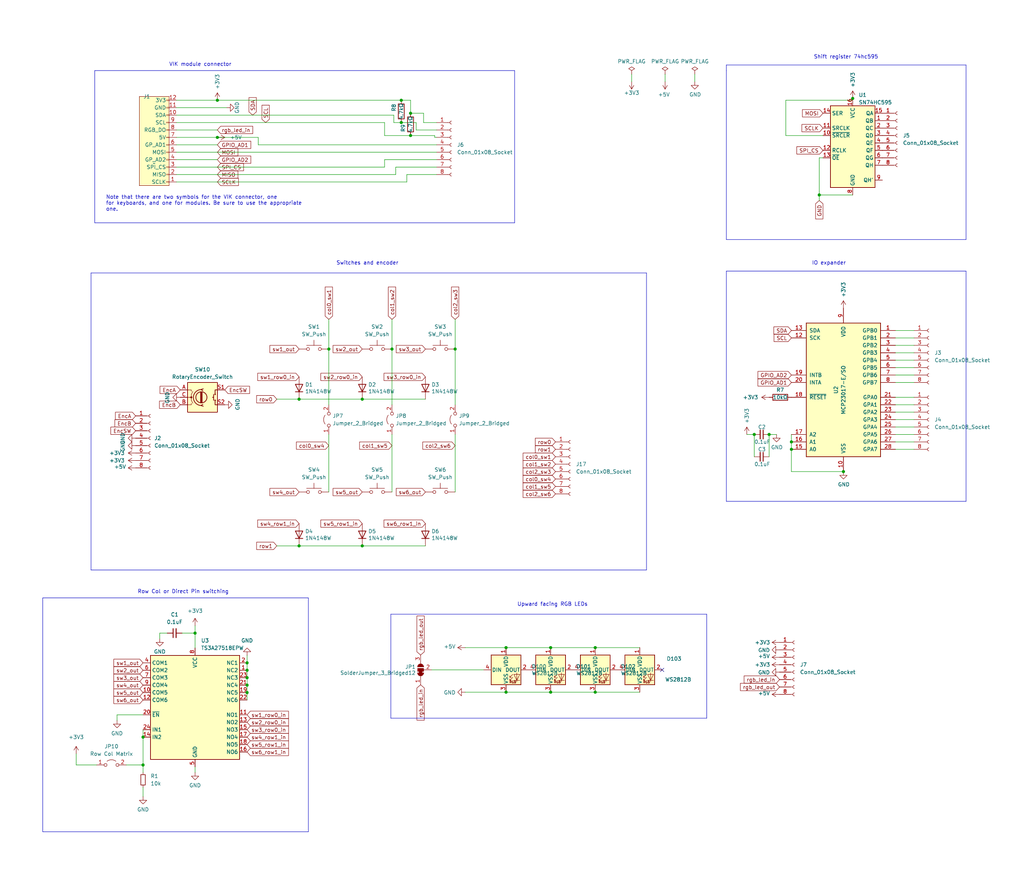
<source format=kicad_sch>
(kicad_sch (version 20230121) (generator eeschema)
  (paper "User" 350.012 299.999)
  (lib_symbols
    (symbol "74xx:74HC595"
      (property "Reference" "U" (at -7.62 13.97 0))
      (property "Value" "74HC595" (at -7.62 -16.51 0))
      (symbol "74HC595_1_0"
        (pin tri_state line (at 10.16 7.62 180) (length 2.54) (name "QB") (number "1"))
        (pin input line (at -10.16 2.54 0) (length 2.54) (name "~{SRCLR}") (number "10"))
        (pin input line (at -10.16 5.08 0) (length 2.54) (name "SRCLK") (number "11"))
        (pin input line (at -10.16 -2.54 0) (length 2.54) (name "RCLK") (number "12"))
        (pin input line (at -10.16 -5.08 0) (length 2.54) (name "~{OE}") (number "13"))
        (pin input line (at -10.16 10.16 0) (length 2.54) (name "SER") (number "14"))
        (pin tri_state line (at 10.16 10.16 180) (length 2.54) (name "QA") (number "15"))
        (pin power_in line (at 0 15.24 270) (length 2.54) (name "VCC") (number "16"))
        (pin tri_state line (at 10.16 5.08 180) (length 2.54) (name "QC") (number "2"))
        (pin tri_state line (at 10.16 2.54 180) (length 2.54) (name "QD") (number "3"))
        (pin tri_state line (at 10.16 0 180) (length 2.54) (name "QE") (number "4"))
        (pin tri_state line (at 10.16 -2.54 180) (length 2.54) (name "QF") (number "5"))
        (pin tri_state line (at 10.16 -5.08 180) (length 2.54) (name "QG") (number "6"))
        (pin tri_state line (at 10.16 -7.62 180) (length 2.54) (name "QH") (number "7"))
        (pin power_in line (at 0 -17.78 90) (length 2.54) (name "GND") (number "8"))
        (pin output line (at 10.16 -12.7 180) (length 2.54) (name "QH'") (number "9"))
      )
    )
    (symbol "Analog_Switch:TS3A27518EPW"
      (property "Reference" "U" (at -13.97 19.05 0))
      (property "Value" "TS3A27518EPW" (at 8.89 19.05 0))
      (symbol "TS3A27518EPW_1_1"
        (pin bidirectional line (at 17.78 12.7 180) (length 2.54) (name "NC2") (number "1"))
        (pin bidirectional line (at -17.78 5.08 0) (length 2.54) (name "COM5") (number "10"))
        (pin bidirectional line (at 17.78 -2.54 180) (length 2.54) (name "NO1") (number "11"))
        (pin bidirectional line (at -17.78 2.54 0) (length 2.54) (name "COM6") (number "12"))
        (pin bidirectional line (at 17.78 -5.08 180) (length 2.54) (name "NO2") (number "13"))
        (pin input line (at -17.78 -10.16 0) (length 2.54) (name "IN2") (number "14"))
        (pin bidirectional line (at 17.78 -7.62 180) (length 2.54) (name "NO3") (number "15"))
        (pin bidirectional line (at 17.78 -15.24 180) (length 2.54) (name "NO6") (number "16"))
        (pin bidirectional line (at 17.78 -10.16 180) (length 2.54) (name "NO4") (number "17"))
        (pin bidirectional line (at 17.78 -12.7 180) (length 2.54) (name "NO5") (number "18"))
        (pin bidirectional line (at 17.78 5.08 180) (length 2.54) (name "NC5") (number "19"))
        (pin bidirectional line (at 17.78 15.24 180) (length 2.54) (name "NC1") (number "2"))
        (pin input line (at -17.78 -2.54 0) (length 2.54) (name "~{EN}") (number "20"))
        (pin bidirectional line (at 17.78 7.62 180) (length 2.54) (name "NC4") (number "21"))
        (pin bidirectional line (at 17.78 2.54 180) (length 2.54) (name "NC6") (number "22"))
        (pin bidirectional line (at 17.78 10.16 180) (length 2.54) (name "NC3") (number "23"))
        (pin input line (at -17.78 -7.62 0) (length 2.54) (name "IN1") (number "24"))
        (pin no_connect line (at -15.24 -15.24 0) (length 2.54) hide (name "N.C.") (number "3"))
        (pin bidirectional line (at -17.78 15.24 0) (length 2.54) (name "COM1") (number "4"))
        (pin power_in line (at 0 -20.32 90) (length 2.54) (name "GND") (number "5"))
        (pin bidirectional line (at -17.78 12.7 0) (length 2.54) (name "COM2") (number "6"))
        (pin bidirectional line (at -17.78 10.16 0) (length 2.54) (name "COM3") (number "7"))
        (pin power_in line (at 0 20.32 270) (length 2.54) (name "VCC") (number "8"))
        (pin bidirectional line (at -17.78 7.62 0) (length 2.54) (name "COM4") (number "9"))
      )
    )
    (symbol "Connector:Conn_01x08_Socket" (pin_names (offset 1.016) hide)
      (property "Reference" "J" (at 0 10.16 0))
      (property "Value" "Conn_01x08_Socket" (at 0 -12.7 0))
      (symbol "Conn_01x08_Socket_1_1"
        (pin passive line (at -5.08 7.62 0) (length 3.81) (name "Pin_1") (number "1"))
        (pin passive line (at -5.08 5.08 0) (length 3.81) (name "Pin_2") (number "2"))
        (pin passive line (at -5.08 2.54 0) (length 3.81) (name "Pin_3") (number "3"))
        (pin passive line (at -5.08 0 0) (length 3.81) (name "Pin_4") (number "4"))
        (pin passive line (at -5.08 -2.54 0) (length 3.81) (name "Pin_5") (number "5"))
        (pin passive line (at -5.08 -5.08 0) (length 3.81) (name "Pin_6") (number "6"))
        (pin passive line (at -5.08 -7.62 0) (length 3.81) (name "Pin_7") (number "7"))
        (pin passive line (at -5.08 -10.16 0) (length 3.81) (name "Pin_8") (number "8"))
      )
    )
    (symbol "Device:C_Small" (pin_numbers hide) (pin_names (offset 0.254) hide)
      (property "Reference" "C" (at 0.254 1.778 0))
      (property "Value" "C_Small" (at 0.254 -2.032 0))
      (symbol "C_Small_1_1"
        (pin passive line (at 0 2.54 270) (length 2.032) (name "~") (number "1"))
        (pin passive line (at 0 -2.54 90) (length 2.032) (name "~") (number "2"))
      )
    )
    (symbol "Device:R" (pin_numbers hide) (pin_names (offset 0))
      (property "Reference" "R" (at 2.032 0 90))
      (property "Value" "R" (at 0 0 90))
      (symbol "R_1_1"
        (pin passive line (at 0 3.81 270) (length 1.27) (name "~") (number "1"))
        (pin passive line (at 0 -3.81 90) (length 1.27) (name "~") (number "2"))
      )
    )
    (symbol "Device:R_Small" (pin_numbers hide) (pin_names (offset 0.254) hide)
      (property "Reference" "R" (at 0.762 0.508 0))
      (property "Value" "R_Small" (at 0.762 -1.016 0))
      (symbol "R_Small_1_1"
        (pin passive line (at 0 2.54 270) (length 0.762) (name "~") (number "1"))
        (pin passive line (at 0 -2.54 90) (length 0.762) (name "~") (number "2"))
      )
    )
    (symbol "Device:RotaryEncoder_Switch" (pin_names (offset 0.254) hide)
      (property "Reference" "SW" (at 0 6.604 0))
      (property "Value" "RotaryEncoder_Switch" (at 0 -6.604 0))
      (symbol "RotaryEncoder_Switch_1_1"
        (pin passive line (at -7.62 2.54 0) (length 2.54) (name "A") (number "A"))
        (pin passive line (at -7.62 -2.54 0) (length 2.54) (name "B") (number "B"))
        (pin passive line (at -7.62 0 0) (length 2.54) (name "C") (number "C"))
        (pin passive line (at 7.62 2.54 180) (length 2.54) (name "S1") (number "S1"))
        (pin passive line (at 7.62 -2.54 180) (length 2.54) (name "S2") (number "S2"))
      )
    )
    (symbol "Diode:1N4148W" (pin_numbers hide) (pin_names (offset 1.016) hide)
      (property "Reference" "D" (at 0 2.54 0))
      (property "Value" "1N4148W" (at 0 -2.54 0))
      (symbol "1N4148W_1_1"
        (pin passive line (at -3.81 0 0) (length 2.54) (name "K") (number "1"))
        (pin passive line (at 3.81 0 180) (length 2.54) (name "A") (number "2"))
      )
    )
    (symbol "Interface_Expansion:MCP23017_SO" (pin_names (offset 1.016))
      (property "Reference" "U" (at -11.43 24.13 0))
      (property "Value" "MCP23017_SO" (at 0 0 0))
      (symbol "MCP23017_SO_1_1"
        (pin bidirectional line (at 17.78 20.32 180) (length 5.08) (name "GPB0") (number "1"))
        (pin power_in line (at 0 -27.94 90) (length 5.08) (name "VSS") (number "10"))
        (pin no_connect line (at -12.7 15.24 0) (length 5.08) hide (name "NC") (number "11"))
        (pin input line (at -17.78 17.78 0) (length 5.08) (name "SCK") (number "12"))
        (pin bidirectional line (at -17.78 20.32 0) (length 5.08) (name "SDA") (number "13"))
        (pin no_connect line (at -12.7 12.7 0) (length 5.08) hide (name "NC") (number "14"))
        (pin input line (at -17.78 -20.32 0) (length 5.08) (name "A0") (number "15"))
        (pin input line (at -17.78 -17.78 0) (length 5.08) (name "A1") (number "16"))
        (pin input line (at -17.78 -15.24 0) (length 5.08) (name "A2") (number "17"))
        (pin input line (at -17.78 -2.54 0) (length 5.08) (name "~{RESET}") (number "18"))
        (pin tri_state line (at -17.78 5.08 0) (length 5.08) (name "INTB") (number "19"))
        (pin bidirectional line (at 17.78 17.78 180) (length 5.08) (name "GPB1") (number "2"))
        (pin tri_state line (at -17.78 2.54 0) (length 5.08) (name "INTA") (number "20"))
        (pin bidirectional line (at 17.78 -2.54 180) (length 5.08) (name "GPA0") (number "21"))
        (pin bidirectional line (at 17.78 -5.08 180) (length 5.08) (name "GPA1") (number "22"))
        (pin bidirectional line (at 17.78 -7.62 180) (length 5.08) (name "GPA2") (number "23"))
        (pin bidirectional line (at 17.78 -10.16 180) (length 5.08) (name "GPA3") (number "24"))
        (pin bidirectional line (at 17.78 -12.7 180) (length 5.08) (name "GPA4") (number "25"))
        (pin bidirectional line (at 17.78 -15.24 180) (length 5.08) (name "GPA5") (number "26"))
        (pin bidirectional line (at 17.78 -17.78 180) (length 5.08) (name "GPA6") (number "27"))
        (pin bidirectional line (at 17.78 -20.32 180) (length 5.08) (name "GPA7") (number "28"))
        (pin bidirectional line (at 17.78 15.24 180) (length 5.08) (name "GPB2") (number "3"))
        (pin bidirectional line (at 17.78 12.7 180) (length 5.08) (name "GPB3") (number "4"))
        (pin bidirectional line (at 17.78 10.16 180) (length 5.08) (name "GPB4") (number "5"))
        (pin bidirectional line (at 17.78 7.62 180) (length 5.08) (name "GPB5") (number "6"))
        (pin bidirectional line (at 17.78 5.08 180) (length 5.08) (name "GPB6") (number "7"))
        (pin bidirectional line (at 17.78 2.54 180) (length 5.08) (name "GPB7") (number "8"))
        (pin power_in line (at 0 27.94 270) (length 5.08) (name "VDD") (number "9"))
      )
    )
    (symbol "Jumper:Jumper_2_Open" (pin_names (offset 0) hide)
      (property "Reference" "JP" (at 0 2.794 0))
      (property "Value" "Jumper_2_Open" (at 0 -2.286 0))
      (symbol "Jumper_2_Open_1_1"
        (pin passive line (at -5.08 0 0) (length 2.54) (name "A") (number "1"))
        (pin passive line (at 5.08 0 180) (length 2.54) (name "B") (number "2"))
      )
    )
    (symbol "Jumper:SolderJumper_3_Bridged12" (pin_names (offset 0) hide)
      (property "Reference" "JP" (at -2.54 -2.54 0))
      (property "Value" "SolderJumper_3_Bridged12" (at 0 2.794 0))
      (symbol "SolderJumper_3_Bridged12_1_1"
        (pin passive line (at -5.08 0 0) (length 2.54) (name "A") (number "1"))
        (pin passive line (at 0 -3.81 90) (length 2.54) (name "C") (number "2"))
        (pin passive line (at 5.08 0 180) (length 2.54) (name "B") (number "3"))
      )
    )
    (symbol "Switch:SW_Push" (pin_numbers hide) (pin_names (offset 1.016) hide)
      (property "Reference" "SW" (at 1.27 2.54 0))
      (property "Value" "SW_Push" (at 0 -1.524 0))
      (symbol "SW_Push_0_1"
        (pin passive line (at -5.08 0 0) (length 2.54) (name "1") (number "1"))
        (pin passive line (at 5.08 0 180) (length 2.54) (name "2") (number "2"))
      )
    )
    (symbol "kicad-keyboard-parts:SK6812MINI-E" (pin_names (offset 0.254))
      (property "Reference" "D" (at 5.08 5.715 0))
      (property "Value" "SK6812MINI-E" (at 1.27 -5.715 0))
      (symbol "SK6812MINI-E_0_0"
        (text "RGB" (at 2.286 -4.191 0) (effects (font (size 0.762 0.762))))
      )
      (symbol "SK6812MINI-E_1_1"
        (pin power_in line (at 0 7.62 270) (length 2.54) (name "VDD") (number "1"))
        (pin output line (at 7.62 0 180) (length 2.54) (name "DOUT") (number "2"))
        (pin power_in line (at 0 -7.62 90) (length 2.54) (name "VSS") (number "3"))
        (pin input line (at -7.62 0 0) (length 2.54) (name "DIN") (number "4"))
      )
    )
    (symbol "power:+3.3V" (power) (pin_names (offset 0))
      (property "Value" "+3.3V" (at 0 3.556 0))
      (symbol "+3.3V_1_1"
        (pin power_in line (at 0 0 90) (length 0) hide (name "+3V3") (number "1"))
      )
    )
    (symbol "power:+3V3" (power) (pin_names (offset 0))
      (property "Value" "+3V3" (at 0 3.556 0))
      (symbol "+3V3_1_1"
        (pin power_in line (at 0 0 90) (length 0) hide (name "+3V3") (number "1"))
      )
    )
    (symbol "power:+5V" (power) (pin_names (offset 0))
      (property "Value" "+5V" (at 0 3.556 0))
      (symbol "+5V_1_1"
        (pin power_in line (at 0 0 90) (length 0) hide (name "+5V") (number "1"))
      )
    )
    (symbol "power:GND" (power) (pin_names (offset 0))
      (property "Value" "GND" (at 0 -3.81 0))
      (symbol "GND_1_1"
        (pin power_in line (at 0 0 270) (length 0) hide (name "GND") (number "1"))
      )
    )
    (symbol "power:PWR_FLAG" (power) (pin_numbers hide) (pin_names (offset 0) hide)
      (property "Value" "PWR_FLAG" (at 0 3.81 0))
      (symbol "PWR_FLAG_0_0"
        (pin power_out line (at 0 0 90) (length 0) (name "pwr") (number "1"))
      )
    )
    (symbol "vik:vik-module-connector" (pin_names (offset 1))
      (property "Reference" "J" (at 0 15.875 0))
      (symbol "vik-module-connector_1_1"
        (pin output line (at -7.62 12.7 0) (length 2.54) (name "SCLK") (number "1"))
        (pin bidirectional line (at -7.62 -10.16 0) (length 2.54) (name "SDA") (number "10"))
        (pin power_out line (at -7.62 -12.7 0) (length 2.54) (name "GND") (number "11"))
        (pin power_out line (at -7.62 -15.24 0) (length 2.54) (name "3V3") (number "12"))
        (pin tri_state line (at -7.62 10.16 0) (length 2.54) (name "MISO") (number "2"))
        (pin output line (at -7.62 7.62 0) (length 2.54) (name "SPI_CS") (number "3"))
        (pin bidirectional line (at -7.62 5.08 0) (length 2.54) (name "GP_AD2") (number "4"))
        (pin output line (at -7.62 2.54 0) (length 2.54) (name "MOSI") (number "5"))
        (pin bidirectional line (at -7.62 0 0) (length 2.54) (name "GP_AD1") (number "6"))
        (pin power_out line (at -7.62 -2.54 0) (length 2.54) (name "5V") (number "7"))
        (pin output line (at -7.62 -5.08 0) (length 2.54) (name "RGB_DO") (number "8"))
        (pin bidirectional line (at -7.62 -7.62 0) (length 2.54) (name "SCL") (number "9"))
      )
    )
  )
  (junction (at 291.465 33.655))
  (junction (at 123.825 136.525))
  (junction (at 84.455 229.235))
  (junction (at 140.335 38.735))
  (junction (at 155.575 119.38))
  (junction (at 172.974 236.728))
  (junction (at 66.675 216.535))
  (junction (at 188.214 221.488))
  (junction (at 133.985 119.38))
  (junction (at 102.235 136.525))
  (junction (at 84.455 234.315))
  (junction (at 84.455 226.695))
  (junction (at 137.16 34.29))
  (junction (at 270.51 151.13))
  (junction (at 123.825 186.69))
  (junction (at 48.895 261.62))
  (junction (at 288.29 161.29))
  (junction (at 74.295 46.99))
  (junction (at 257.81 148.59))
  (junction (at 140.335 46.355))
  (junction (at 74.295 34.29))
  (junction (at 280.035 66.675))
  (junction (at 203.454 221.488))
  (junction (at 112.395 119.38))
  (junction (at 262.89 148.59))
  (junction (at 203.454 236.728))
  (junction (at 84.455 236.855))
  (junction (at 172.974 221.488))
  (junction (at 84.455 231.775))
  (junction (at 270.51 153.67))
  (junction (at 102.235 186.69))
  (junction (at 188.214 236.728))
  (junction (at 137.16 41.91))
  (junction (at 48.895 252.095))
  (no_connect (at 226.314 229.108))
  (wire (pts (xy 312.42 120.65) (xy 306.07 120.65)))
  (wire (pts (xy 280.035 66.675) (xy 280.035 68.58)))
  (wire (pts (xy 112.395 109.22) (xy 112.395 119.38)))
  (wire (pts (xy 88.265 46.99) (xy 74.295 46.99)))
  (polyline (pts (xy 330.2 22.225) (xy 248.285 22.225)))
  (wire (pts (xy 112.395 119.38) (xy 112.395 138.43)))
  (wire (pts (xy 262.89 156.21) (xy 262.89 148.59)))
  (wire (pts (xy 280.035 53.975) (xy 280.035 66.675)))
  (wire (pts (xy 48.895 269.24) (xy 48.895 272.415)))
  (wire (pts (xy 60.325 34.29) (xy 74.295 34.29)))
  (wire (pts (xy 312.42 123.19) (xy 306.07 123.19)))
  (wire (pts (xy 60.325 59.69) (xy 135.255 59.69)))
  (wire (pts (xy 60.325 39.37) (xy 134.62 39.37)))
  (wire (pts (xy 60.325 41.91) (xy 131.445 41.91)))
  (wire (pts (xy 188.214 221.488) (xy 203.454 221.488)))
  (wire (pts (xy 134.62 41.91) (xy 137.16 41.91)))
  (wire (pts (xy 312.42 143.51) (xy 306.07 143.51)))
  (wire (pts (xy 291.465 34.29) (xy 291.465 33.655)))
  (wire (pts (xy 312.42 125.73) (xy 306.07 125.73)))
  (polyline (pts (xy 14.605 284.48) (xy 105.41 284.48)))
  (polyline (pts (xy 133.604 210.058) (xy 133.604 245.618)))
  (wire (pts (xy 142.24 44.45) (xy 149.225 44.45)))
  (wire (pts (xy 84.455 231.775) (xy 84.455 229.235)))
  (wire (pts (xy 144.78 41.91) (xy 149.225 41.91)))
  (wire (pts (xy 237.49 25.4) (xy 237.49 27.94)))
  (wire (pts (xy 270.51 148.59) (xy 270.51 151.13)))
  (wire (pts (xy 133.985 148.59) (xy 133.985 168.275)))
  (wire (pts (xy 139.065 62.23) (xy 139.065 59.69)))
  (wire (pts (xy 131.445 46.355) (xy 140.335 46.355)))
  (wire (pts (xy 133.985 109.22) (xy 133.985 119.38)))
  (wire (pts (xy 312.42 146.05) (xy 306.07 146.05)))
  (wire (pts (xy 172.974 236.728) (xy 188.214 236.728)))
  (wire (pts (xy 60.325 49.53) (xy 74.295 49.53)))
  (wire (pts (xy 140.335 34.29) (xy 140.335 38.735)))
  (polyline (pts (xy 14.605 204.47) (xy 14.605 284.48)))
  (wire (pts (xy 66.675 213.995) (xy 66.675 216.535)))
  (wire (pts (xy 159.004 236.728) (xy 172.974 236.728)))
  (wire (pts (xy 312.42 140.97) (xy 306.07 140.97)))
  (wire (pts (xy 43.18 261.62) (xy 48.895 261.62)))
  (polyline (pts (xy 133.604 210.058) (xy 241.554 210.058)))
  (wire (pts (xy 139.065 59.69) (xy 149.225 59.69)))
  (polyline (pts (xy 31.115 93.345) (xy 220.98 93.345)))
  (wire (pts (xy 159.004 221.488) (xy 172.974 221.488)))
  (wire (pts (xy 40.005 244.475) (xy 48.895 244.475)))
  (wire (pts (xy 312.42 135.89) (xy 306.07 135.89)))
  (wire (pts (xy 135.255 59.69) (xy 135.255 57.15)))
  (wire (pts (xy 312.42 151.13) (xy 306.07 151.13)))
  (wire (pts (xy 66.675 216.535) (xy 66.675 221.615)))
  (wire (pts (xy 84.455 229.235) (xy 84.455 226.695)))
  (wire (pts (xy 54.61 218.44) (xy 54.61 216.535)))
  (wire (pts (xy 94.615 136.525) (xy 102.235 136.525)))
  (wire (pts (xy 148.59 46.99) (xy 149.225 46.99)))
  (wire (pts (xy 140.335 38.735) (xy 144.78 38.735)))
  (polyline (pts (xy 105.41 284.48) (xy 105.41 204.47)))
  (polyline (pts (xy 248.285 24.13) (xy 248.285 81.915)))
  (wire (pts (xy 131.445 57.15) (xy 131.445 54.61)))
  (wire (pts (xy 48.895 249.555) (xy 48.895 252.095)))
  (wire (pts (xy 123.825 186.69) (xy 145.415 186.69)))
  (wire (pts (xy 48.895 261.62) (xy 48.895 264.16)))
  (wire (pts (xy 188.214 236.728) (xy 203.454 236.728)))
  (wire (pts (xy 265.43 148.59) (xy 262.89 148.59)))
  (polyline (pts (xy 14.605 204.47) (xy 105.41 204.47)))
  (wire (pts (xy 312.42 153.67) (xy 306.07 153.67)))
  (wire (pts (xy 60.325 36.83) (xy 77.47 36.83)))
  (wire (pts (xy 281.305 46.355) (xy 268.605 46.355)))
  (wire (pts (xy 84.455 236.855) (xy 84.455 234.315)))
  (wire (pts (xy 133.985 119.38) (xy 133.985 138.43)))
  (wire (pts (xy 270.51 153.67) (xy 270.51 161.29)))
  (wire (pts (xy 66.675 262.255) (xy 66.675 264.16)))
  (wire (pts (xy 137.16 41.91) (xy 142.24 41.91)))
  (wire (pts (xy 74.295 34.29) (xy 137.16 34.29)))
  (polyline (pts (xy 248.285 81.915) (xy 330.2 81.915)))
  (wire (pts (xy 306.07 115.57) (xy 312.42 115.57)))
  (wire (pts (xy 203.454 236.728) (xy 218.694 236.728)))
  (polyline (pts (xy 248.285 171.45) (xy 330.2 171.45)))
  (wire (pts (xy 148.59 46.99) (xy 148.59 46.355)))
  (wire (pts (xy 135.255 57.15) (xy 149.225 57.15)))
  (wire (pts (xy 148.59 46.355) (xy 140.335 46.355)))
  (wire (pts (xy 203.454 221.488) (xy 218.694 221.488)))
  (wire (pts (xy 227.33 25.4) (xy 227.33 27.94)))
  (wire (pts (xy 137.16 34.29) (xy 140.335 34.29)))
  (polyline (pts (xy 175.895 24.13) (xy 175.895 76.2)))
  (wire (pts (xy 123.825 136.525) (xy 145.415 136.525)))
  (wire (pts (xy 312.42 138.43) (xy 306.07 138.43)))
  (polyline (pts (xy 330.2 171.45) (xy 330.2 92.71)))
  (polyline (pts (xy 175.895 76.2) (xy 32.385 76.2)))
  (wire (pts (xy 312.42 130.81) (xy 306.07 130.81)))
  (polyline (pts (xy 32.385 24.13) (xy 32.385 76.2)))
  (wire (pts (xy 40.005 246.38) (xy 40.005 244.475)))
  (wire (pts (xy 134.62 39.37) (xy 134.62 41.91)))
  (polyline (pts (xy 241.554 245.618) (xy 241.554 210.058)))
  (wire (pts (xy 155.575 119.38) (xy 155.575 138.43)))
  (polyline (pts (xy 248.285 22.225) (xy 248.285 24.13)))
  (wire (pts (xy 268.605 34.29) (xy 291.465 34.29)))
  (wire (pts (xy 270.51 151.13) (xy 270.51 153.67)))
  (polyline (pts (xy 248.285 92.71) (xy 248.285 171.45)))
  (wire (pts (xy 215.9 25.4) (xy 215.9 27.94)))
  (wire (pts (xy 147.574 229.108) (xy 165.354 229.108)))
  (wire (pts (xy 144.78 38.735) (xy 144.78 41.91)))
  (polyline (pts (xy 32.385 24.13) (xy 175.895 24.13)))
  (wire (pts (xy 131.445 41.91) (xy 131.445 46.355)))
  (wire (pts (xy 60.325 44.45) (xy 74.295 44.45)))
  (polyline (pts (xy 330.2 81.915) (xy 330.2 22.225)))
  (wire (pts (xy 149.225 49.53) (xy 88.265 49.53)))
  (wire (pts (xy 155.575 148.59) (xy 155.575 168.275)))
  (wire (pts (xy 94.615 186.69) (xy 102.235 186.69)))
  (wire (pts (xy 60.325 46.99) (xy 74.295 46.99)))
  (wire (pts (xy 62.23 216.535) (xy 66.675 216.535)))
  (wire (pts (xy 102.235 136.525) (xy 123.825 136.525)))
  (wire (pts (xy 306.07 113.03) (xy 312.42 113.03)))
  (wire (pts (xy 172.974 221.488) (xy 188.214 221.488)))
  (wire (pts (xy 102.235 186.69) (xy 123.825 186.69)))
  (wire (pts (xy 142.24 41.91) (xy 142.24 44.45)))
  (wire (pts (xy 155.575 109.22) (xy 155.575 119.38)))
  (polyline (pts (xy 31.115 93.345) (xy 31.115 194.945)))
  (wire (pts (xy 257.81 156.21) (xy 257.81 148.59)))
  (wire (pts (xy 112.395 148.59) (xy 112.395 168.275)))
  (polyline (pts (xy 248.285 92.71) (xy 330.2 92.71)))
  (wire (pts (xy 84.455 239.395) (xy 84.455 236.855)))
  (wire (pts (xy 84.455 226.695) (xy 84.455 224.155)))
  (wire (pts (xy 312.42 128.27) (xy 306.07 128.27)))
  (wire (pts (xy 54.61 216.535) (xy 57.15 216.535)))
  (wire (pts (xy 84.455 234.315) (xy 84.455 231.775)))
  (wire (pts (xy 48.895 252.095) (xy 48.895 261.62)))
  (polyline (pts (xy 31.115 194.945) (xy 220.98 194.945)))
  (wire (pts (xy 268.605 46.355) (xy 268.605 34.29)))
  (wire (pts (xy 60.325 57.15) (xy 131.445 57.15)))
  (wire (pts (xy 255.27 148.59) (xy 257.81 148.59)))
  (polyline (pts (xy 133.604 245.618) (xy 241.554 245.618)))
  (wire (pts (xy 280.035 66.675) (xy 291.465 66.675)))
  (wire (pts (xy 88.265 49.53) (xy 88.265 46.99)))
  (wire (pts (xy 312.42 118.11) (xy 306.07 118.11)))
  (wire (pts (xy 131.445 54.61) (xy 149.225 54.61)))
  (wire (pts (xy 33.02 261.62) (xy 26.035 261.62)))
  (wire (pts (xy 312.42 148.59) (xy 306.07 148.59)))
  (wire (pts (xy 60.325 54.61) (xy 74.295 54.61)))
  (wire (pts (xy 270.51 161.29) (xy 288.29 161.29)))
  (wire (pts (xy 60.325 52.07) (xy 149.225 52.07)))
  (polyline (pts (xy 220.98 194.945) (xy 220.98 93.345)))
  (wire (pts (xy 26.035 261.62) (xy 26.035 257.81)))
  (wire (pts (xy 281.305 53.975) (xy 280.035 53.975)))
  (wire (pts (xy 60.325 62.23) (xy 139.065 62.23)))
  (text "Row Col or Direct Pin switching" (at 46.99 203.2 0) (effects (font (size 1.27 1.27)) (justify left bottom)))
  (text "Shift register 74hc595" (at 278.13 20.32 0) (effects (font (size 1.27 1.27)) (justify left bottom)))
  (text "IO expander" (at 277.495 90.805 0) (effects (font (size 1.27 1.27)) (justify left bottom)))
  (text "Note that there are two symbols for the VIK connector, one\nfor keyboards, and one for modules. Be sure to use the appropriate\none." (at 36.195 72.39 0) (effects (font (size 1.27 1.27)) (justify left bottom)))
  (text "Switches and encoder" (at 114.935 90.805 0) (effects (font (size 1.27 1.27)) (justify left bottom)))
  (text "Upward facing RGB LEDs" (at 176.784 207.518 0) (effects (font (size 1.27 1.27)) (justify left bottom)))
  (text "VIK module connector" (at 57.785 22.86 0) (effects (font (size 1.27 1.27)) (justify left bottom)))
  (global_label "GPIO_AD1" (shape input) (at 270.51 130.81 180) (property "Intersheetrefs" "${INTERSHEET_REFS}" (effects hide)))
  (global_label "sw1_row0_in" (shape input) (at 84.455 244.475 0) (property "Intersheetrefs" "${INTERSHEET_REFS}" (effects hide)))
  (global_label "EncB" (shape input) (at 46.355 144.78 180) (property "Intersheetrefs" "${INTERSHEET_REFS}" (effects hide)))
  (global_label "sw4_out" (shape input) (at 102.235 168.275 180) (property "Intersheetrefs" "${INTERSHEET_REFS}" (effects hide)))
  (global_label "row0" (shape input) (at 189.865 151.13 180) (property "Intersheetrefs" "${INTERSHEET_REFS}" (effects hide)))
  (global_label "sw6_out" (shape input) (at 145.415 168.275 180) (property "Intersheetrefs" "${INTERSHEET_REFS}" (effects hide)))
  (global_label "col1_sw5" (shape input) (at 133.985 152.4 180) (property "Intersheetrefs" "${INTERSHEET_REFS}" (effects hide)))
  (global_label "sw3_out" (shape input) (at 145.415 119.38 180) (property "Intersheetrefs" "${INTERSHEET_REFS}" (effects hide)))
  (global_label "sw5_out" (shape input) (at 48.895 236.855 180) (property "Intersheetrefs" "${INTERSHEET_REFS}" (effects hide)))
  (global_label "sw1_out" (shape input) (at 48.895 226.695 180) (property "Intersheetrefs" "${INTERSHEET_REFS}" (effects hide)))
  (global_label "col0_sw4" (shape input) (at 189.865 163.83 180) (property "Intersheetrefs" "${INTERSHEET_REFS}" (effects hide)))
  (global_label "SCLK" (shape input) (at 281.305 43.815 180) (property "Intersheetrefs" "${INTERSHEET_REFS}" (effects hide)))
  (global_label "col0_sw1" (shape input) (at 189.865 156.21 180) (property "Intersheetrefs" "${INTERSHEET_REFS}" (effects hide)))
  (global_label "col2_sw6" (shape input) (at 189.865 168.91 180) (property "Intersheetrefs" "${INTERSHEET_REFS}" (effects hide)))
  (global_label "EncA" (shape input) (at 61.595 133.35 180) (property "Intersheetrefs" "${INTERSHEET_REFS}" (effects hide)))
  (global_label "SPI_CS" (shape input) (at 74.295 57.15 0) (property "Intersheetrefs" "${INTERSHEET_REFS}" (effects hide)))
  (global_label "rgb_led_out" (shape input) (at 143.764 224.028 90) (property "Intersheetrefs" "${INTERSHEET_REFS}" (effects hide)))
  (global_label "col1_sw2" (shape input) (at 189.865 158.75 180) (property "Intersheetrefs" "${INTERSHEET_REFS}" (effects hide)))
  (global_label "col2_sw6" (shape input) (at 155.575 152.4 180) (property "Intersheetrefs" "${INTERSHEET_REFS}" (effects hide)))
  (global_label "row1" (shape input) (at 94.615 186.69 180) (property "Intersheetrefs" "${INTERSHEET_REFS}" (effects hide)))
  (global_label "GPIO_AD2" (shape input) (at 74.295 54.61 0) (property "Intersheetrefs" "${INTERSHEET_REFS}" (effects hide)))
  (global_label "sw6_row1_in" (shape input) (at 145.415 179.07 180) (property "Intersheetrefs" "${INTERSHEET_REFS}" (effects hide)))
  (global_label "sw3_row0_in" (shape input) (at 84.455 249.555 0) (property "Intersheetrefs" "${INTERSHEET_REFS}" (effects hide)))
  (global_label "EncB" (shape input) (at 61.595 138.43 180) (property "Intersheetrefs" "${INTERSHEET_REFS}" (effects hide)))
  (global_label "sw3_out" (shape input) (at 48.895 231.775 180) (property "Intersheetrefs" "${INTERSHEET_REFS}" (effects hide)))
  (global_label "GND" (shape input) (at 280.035 68.58 270) (property "Intersheetrefs" "${INTERSHEET_REFS}" (effects hide)))
  (global_label "sw6_out" (shape input) (at 48.895 239.395 180) (property "Intersheetrefs" "${INTERSHEET_REFS}" (effects hide)))
  (global_label "sw4_row1_in" (shape input) (at 84.455 252.095 0) (property "Intersheetrefs" "${INTERSHEET_REFS}" (effects hide)))
  (global_label "EncSW" (shape input) (at 76.835 133.35 0) (property "Intersheetrefs" "${INTERSHEET_REFS}" (effects hide)))
  (global_label "MOSI" (shape input) (at 74.295 52.07 0) (property "Intersheetrefs" "${INTERSHEET_REFS}" (effects hide)))
  (global_label "col0_sw4" (shape input) (at 112.395 152.4 180) (property "Intersheetrefs" "${INTERSHEET_REFS}" (effects hide)))
  (global_label "sw4_out" (shape input) (at 48.895 234.315 180) (property "Intersheetrefs" "${INTERSHEET_REFS}" (effects hide)))
  (global_label "SCL" (shape input) (at 270.51 115.57 180) (property "Intersheetrefs" "${INTERSHEET_REFS}" (effects hide)))
  (global_label "SCL" (shape input) (at 90.805 41.91 90) (property "Intersheetrefs" "${INTERSHEET_REFS}" (effects hide)))
  (global_label "MOSI" (shape input) (at 281.305 38.735 180) (property "Intersheetrefs" "${INTERSHEET_REFS}" (effects hide)))
  (global_label "row1" (shape input) (at 189.865 153.67 180) (property "Intersheetrefs" "${INTERSHEET_REFS}" (effects hide)))
  (global_label "sw1_row0_in" (shape input) (at 102.235 128.905 180) (property "Intersheetrefs" "${INTERSHEET_REFS}" (effects hide)))
  (global_label "rgb_led_out" (shape input) (at 266.446 234.95 180) (property "Intersheetrefs" "${INTERSHEET_REFS}" (effects hide)))
  (global_label "sw4_row1_in" (shape input) (at 102.235 179.07 180) (property "Intersheetrefs" "${INTERSHEET_REFS}" (effects hide)))
  (global_label "col1_sw2" (shape input) (at 133.985 109.22 90) (property "Intersheetrefs" "${INTERSHEET_REFS}" (effects hide)))
  (global_label "col2_sw3" (shape input) (at 155.575 109.22 90) (property "Intersheetrefs" "${INTERSHEET_REFS}" (effects hide)))
  (global_label "sw5_row1_in" (shape input) (at 123.825 179.07 180) (property "Intersheetrefs" "${INTERSHEET_REFS}" (effects hide)))
  (global_label "sw5_row1_in" (shape input) (at 84.455 254.635 0) (property "Intersheetrefs" "${INTERSHEET_REFS}" (effects hide)))
  (global_label "MISO" (shape input) (at 74.295 59.69 0) (property "Intersheetrefs" "${INTERSHEET_REFS}" (effects hide)))
  (global_label "EncSW" (shape input) (at 46.355 147.32 180) (property "Intersheetrefs" "${INTERSHEET_REFS}" (effects hide)))
  (global_label "SCLK" (shape input) (at 74.295 62.23 0) (property "Intersheetrefs" "${INTERSHEET_REFS}" (effects hide)))
  (global_label "rgb_led_in" (shape input) (at 266.446 232.41 180) (property "Intersheetrefs" "${INTERSHEET_REFS}" (effects hide)))
  (global_label "GPIO_AD2" (shape input) (at 270.51 128.27 180) (property "Intersheetrefs" "${INTERSHEET_REFS}" (effects hide)))
  (global_label "EncA" (shape input) (at 46.355 142.24 180) (property "Intersheetrefs" "${INTERSHEET_REFS}" (effects hide)))
  (global_label "sw2_out" (shape input) (at 48.895 229.235 180) (property "Intersheetrefs" "${INTERSHEET_REFS}" (effects hide)))
  (global_label "sw2_row0_in" (shape input) (at 84.455 247.015 0) (property "Intersheetrefs" "${INTERSHEET_REFS}" (effects hide)))
  (global_label "GPIO_AD1" (shape input) (at 74.295 49.53 0) (property "Intersheetrefs" "${INTERSHEET_REFS}" (effects hide)))
  (global_label "sw5_out" (shape input) (at 123.825 168.275 180) (property "Intersheetrefs" "${INTERSHEET_REFS}" (effects hide)))
  (global_label "sw2_out" (shape input) (at 123.825 119.38 180) (property "Intersheetrefs" "${INTERSHEET_REFS}" (effects hide)))
  (global_label "col1_sw5" (shape input) (at 189.865 166.37 180) (property "Intersheetrefs" "${INTERSHEET_REFS}" (effects hide)))
  (global_label "SPI_CS" (shape input) (at 281.305 51.435 180) (property "Intersheetrefs" "${INTERSHEET_REFS}" (effects hide)))
  (global_label "rgb_led_in" (shape input) (at 74.295 44.45 0) (property "Intersheetrefs" "${INTERSHEET_REFS}" (effects hide)))
  (global_label "sw6_row1_in" (shape input) (at 84.455 257.175 0) (property "Intersheetrefs" "${INTERSHEET_REFS}" (effects hide)))
  (global_label "col2_sw3" (shape input) (at 189.865 161.29 180) (property "Intersheetrefs" "${INTERSHEET_REFS}" (effects hide)))
  (global_label "row0" (shape input) (at 94.615 136.525 180) (property "Intersheetrefs" "${INTERSHEET_REFS}" (effects hide)))
  (global_label "rgb_led_in" (shape input) (at 143.764 234.188 270) (property "Intersheetrefs" "${INTERSHEET_REFS}" (effects hide)))
  (global_label "sw3_row0_in" (shape input) (at 145.415 128.905 180) (property "Intersheetrefs" "${INTERSHEET_REFS}" (effects hide)))
  (global_label "SDA" (shape input) (at 86.36 39.37 90) (property "Intersheetrefs" "${INTERSHEET_REFS}" (effects hide)))
  (global_label "col0_sw1" (shape input) (at 112.395 109.22 90) (property "Intersheetrefs" "${INTERSHEET_REFS}" (effects hide)))
  (global_label "SDA" (shape input) (at 270.51 113.03 180) (property "Intersheetrefs" "${INTERSHEET_REFS}" (effects hide)))
  (global_label "sw1_out" (shape input) (at 102.235 119.38 180) (property "Intersheetrefs" "${INTERSHEET_REFS}" (effects hide)))
  (global_label "sw2_row0_in" (shape input) (at 123.825 128.905 180) (property "Intersheetrefs" "${INTERSHEET_REFS}" (effects hide)))
  (symbol (lib_id "power:+5V") (at 159.004 221.488 90) (unit 1)
    (property "Reference" "#PWR08" (effects hide))
    (property "Value" "+5V" (at 155.7528 221.107 90) (effects (justify left)))
  )
  (symbol (lib_id "power:PWR_FLAG") (at 215.9 25.4 0) (unit 1)
    (property "Reference" "#FLG01" (effects hide))
    (property "Value" "PWR_FLAG" (at 215.9 21.0058 0))
  )
  (symbol (lib_id "power:PWR_FLAG") (at 227.33 25.4 0) (unit 1)
    (property "Reference" "#FLG02" (effects hide))
    (property "Value" "PWR_FLAG" (at 227.33 21.0058 0))
  )
  (symbol (lib_id "power:+5V") (at 227.33 27.94 180) (unit 1)
    (property "Reference" "#PWR02" (effects hide))
    (property "Value" "+5V" (at 226.949 32.3342 0))
  )
  (symbol (lib_id "power:GND") (at 237.49 27.94 0) (unit 1)
    (property "Reference" "#PWR03" (effects hide))
    (property "Value" "GND" (at 237.617 32.3342 0))
  )
  (symbol (lib_id "power:PWR_FLAG") (at 237.49 25.4 0) (unit 1)
    (property "Reference" "#FLG03" (effects hide))
    (property "Value" "PWR_FLAG" (at 237.49 21.0058 0))
  )
  (symbol (lib_id "power:GND") (at 159.004 236.728 270) (unit 1)
    (property "Reference" "#PWR09" (effects hide))
    (property "Value" "GND" (at 155.7528 236.855 90) (effects (justify right)))
  )
  (symbol (lib_id "Device:C_Small") (at 260.35 156.21 270) (unit 1)
    (property "Reference" "C3" (at 259.08 153.67 90) (effects (justify left)))
    (property "Value" "0.1uF" (at 257.81 158.75 90) (effects (justify left)))
    (property "Footprint" "Capacitor_SMD:C_0805_2012Metric_Pad1.18x1.45mm_HandSolder" (effects hide))
    (property "LCSC" "C49678" (effects hide))
    (property "Part Name" "Capacitor" (effects hide))
  )
  (symbol (lib_id "Device:R") (at 266.7 135.89 270) (unit 1)
    (property "Reference" "R7" (at 266.7 133.35 90))
    (property "Value" "10kΩ" (at 266.7 135.89 90))
    (property "Footprint" "Resistor_SMD:R_0805_2012Metric_Pad1.20x1.40mm_HandSolder" (effects hide))
    (property "LCSC" "C17414" (effects hide))
    (property "Part Name" "Resistor" (effects hide))
  )
  (symbol (lib_id "Connector:Conn_01x08_Socket") (at 306.705 46.355 0) (unit 1)
    (property "Reference" "J5" (at 308.61 46.355 0) (effects (justify left)))
    (property "Value" "Conn_01x08_Socket" (at 308.61 48.895 0) (effects (justify left)))
    (property "Footprint" "fingerpunch:PinSocket_1x08_P2.54mm_Vertical" (effects hide))
    (property "LCSC" "C27438" (effects hide))
  )
  (symbol (lib_id "power:GND") (at 54.61 218.44 0) (unit 1)
    (property "Reference" "#PWR028" (effects hide))
    (property "Value" "GND" (at 54.61 222.885 0))
  )
  (symbol (lib_id "power:GND") (at 266.446 222.25 270) (unit 1)
    (property "Reference" "#PWR014" (effects hide))
    (property "Value" "GND" (at 263.1948 222.377 90) (effects (justify right)))
  )
  (symbol (lib_id "power:GND") (at 76.835 138.43 90) (unit 1)
    (property "Reference" "#PWR019" (effects hide))
    (property "Value" "GND" (at 81.2292 138.303 0))
  )
  (symbol (lib_id "Connector:Conn_01x08_Socket") (at 317.5 143.51 0) (unit 1)
    (property "Reference" "J4" (at 319.405 143.51 0) (effects (justify left)))
    (property "Value" "Conn_01x08_Socket" (at 319.405 146.05 0) (effects (justify left)))
    (property "Footprint" "fingerpunch:PinSocket_1x08_P2.54mm_Vertical" (effects hide))
    (property "LCSC" "C27438" (effects hide))
  )
  (symbol (lib_id "Jumper:SolderJumper_3_Bridged12") (at 143.764 229.108 90) (unit 1)
    (property "Reference" "JP1" (at 142.1131 228.084 90) (effects (justify left)))
    (property "Value" "SolderJumper_3_Bridged12" (at 142.1131 230.132 90) (effects (justify left)))
    (property "Footprint" "Jumper:SolderJumper-3_P1.3mm_Bridged12_RoundedPad1.0x1.5mm" (effects hide))
  )
  (symbol (lib_id "Analog_Switch:TS3A27518EPW") (at 66.675 241.935 0) (unit 1)
    (property "Reference" "U3" (at 68.6944 219.075 0) (effects (justify left)))
    (property "Value" "TS3A27518EPW" (at 68.6944 221.615 0) (effects (justify left)))
    (property "Footprint" "Package_SO:TSSOP-24_4.4x7.8mm_P0.65mm" (effects hide))
    (property "Datasheet" "http://www.ti.com/lit/ds/symlink/ts3a27518e.pdf" (effects hide))
    (property "LCSC" "C443721" (effects hide))
  )
  (symbol (lib_id "power:+3V3") (at 288.29 105.41 0) (unit 1)
    (property "Reference" "#PWR012" (effects hide))
    (property "Value" "+3V3" (at 288.29 99.06 90))
  )
  (symbol (lib_id "Diode:1N4148W") (at 123.825 132.715 90) (unit 1)
    (property "Reference" "D2" (at 125.857 131.5466 90) (effects (justify right)))
    (property "Value" "1N4148W" (at 125.857 133.858 90) (effects (justify right)))
    (property "Footprint" "Diode_SMD:D_SOD-123" (effects hide))
    (property "Datasheet" "https://www.vishay.com/docs/85748/1n4148w.pdf" (effects hide))
    (property "LCSC" "C909967" (effects hide))
  )
  (symbol (lib_id "power:+5V") (at 46.355 160.02 90) (unit 1)
    (property "Reference" "#PWR023" (effects hide))
    (property "Value" "+5V" (at 43.1038 159.639 90) (effects (justify left)))
  )
  (symbol (lib_id "power:GND") (at 46.355 149.86 270) (unit 1)
    (property "Reference" "#PWR022" (effects hide))
    (property "Value" "GND" (at 41.9608 149.987 0))
  )
  (symbol (lib_id "power:GND") (at 66.675 264.16 0) (unit 1)
    (property "Reference" "#PWR030" (effects hide))
    (property "Value" "GND" (at 66.675 268.605 0))
  )
  (symbol (lib_id "Switch:SW_Push") (at 107.315 168.275 0) (unit 1)
    (property "Reference" "SW4" (at 107.315 160.655 0))
    (property "Value" "SW_Push" (at 107.315 163.195 0))
    (property "Footprint" "fingerpunch:gateron-ks27-choc-v1-mx-soldered-and-hotswap" (effects hide))
  )
  (symbol (lib_id "power:+3.3V") (at 26.035 257.81 0) (unit 1)
    (property "Reference" "#PWR025" (effects hide))
    (property "Value" "+3.3V" (at 26.035 252.095 0))
  )
  (symbol (lib_id "Connector:Conn_01x08_Socket") (at 271.526 227.33 0) (unit 1)
    (property "Reference" "J7" (at 273.431 227.33 0) (effects (justify left)))
    (property "Value" "Conn_01x08_Socket" (at 273.431 229.87 0) (effects (justify left)))
    (property "Footprint" "fingerpunch:PinSocket_1x08_P2.54mm_Vertical" (effects hide))
    (property "LCSC" "C27438" (effects hide))
  )
  (symbol (lib_id "power:GND") (at 40.005 246.38 0) (unit 1)
    (property "Reference" "#PWR026" (effects hide))
    (property "Value" "GND" (at 40.005 250.825 0))
  )
  (symbol (lib_id "Device:R_Small") (at 48.895 266.7 0) (unit 1)
    (property "Reference" "R1" (at 51.435 265.4299 0) (effects (justify left)))
    (property "Value" "10k" (at 51.435 267.9699 0) (effects (justify left)))
    (property "Footprint" "Resistor_SMD:R_0805_2012Metric" (effects hide))
    (property "LCSC" "C17414" (effects hide))
  )
  (symbol (lib_id "Device:R") (at 140.335 42.545 180) (unit 1)
    (property "Reference" "R9" (at 137.795 43.815 90))
    (property "Value" "4.7kΩ" (at 140.335 42.545 90))
    (property "Footprint" "Resistor_SMD:R_0805_2012Metric_Pad1.20x1.40mm_HandSolder" (effects hide))
    (property "LCSC" "C17673" (effects hide))
    (property "Part Name" "Resistor" (effects hide))
  )
  (symbol (lib_id "kicad-keyboard-parts:SK6812MINI-E") (at 172.974 229.108 0) (unit 1)
    (property "Reference" "D100" (at 181.7116 227.9396 0) (effects (justify left)))
    (property "Value" "WS2812B" (at 181.7116 230.251 0) (effects (justify left)))
    (property "Footprint" "LED_SMD:LED_WS2812B_PLCC4_5.0x5.0mm_P3.2mm" (effects hide))
    (property "Datasheet" "https://cdn-shop.adafruit.com/product-files/2686/SK6812MINI_REV.01-1-2.pdf" (effects hide))
    (property "LCSC" "C2761795" (effects hide))
  )
  (symbol (lib_id "Jumper:Jumper_2_Open") (at 155.575 143.51 90) (unit 1)
    (property "Reference" "JP9" (at 156.845 142.24 90) (effects (justify right)))
    (property "Value" "Jumper_2_Bridged" (at 156.845 144.78 90) (effects (justify right)))
    (property "Footprint" "Connector_PinHeader_2.00mm:PinHeader_1x02_P2.00mm_Vertical" (effects hide))
  )
  (symbol (lib_id "Switch:SW_Push") (at 128.905 168.275 0) (unit 1)
    (property "Reference" "SW5" (at 128.905 160.655 0))
    (property "Value" "SW_Push" (at 128.905 163.195 0))
    (property "Footprint" "fingerpunch:gateron-ks27-choc-v1-mx-soldered-and-hotswap" (effects hide))
  )
  (symbol (lib_id "power:GND") (at 265.43 148.59 0) (unit 1)
    (property "Reference" "#PWR011" (effects hide))
    (property "Value" "GND" (at 265.557 152.9842 0))
  )
  (symbol (lib_id "power:+3V3") (at 46.355 154.94 90) (unit 1)
    (property "Reference" "#PWR020" (effects hide))
    (property "Value" "+3V3" (at 40.005 154.94 90))
  )
  (symbol (lib_id "Jumper:Jumper_2_Open") (at 112.395 143.51 90) (unit 1)
    (property "Reference" "JP7" (at 113.665 142.24 90) (effects (justify right)))
    (property "Value" "Jumper_2_Bridged" (at 113.665 144.78 90) (effects (justify right)))
    (property "Footprint" "Connector_PinHeader_2.00mm:PinHeader_1x02_P2.00mm_Vertical" (effects hide))
  )
  (symbol (lib_id "Connector:Conn_01x08_Socket") (at 154.305 49.53 0) (unit 1)
    (property "Reference" "J6" (at 156.21 49.53 0) (effects (justify left)))
    (property "Value" "Conn_01x08_Socket" (at 156.21 52.07 0) (effects (justify left)))
    (property "Footprint" "fingerpunch:PinSocket_1x08_P2.54mm_Vertical" (effects hide))
    (property "LCSC" "C27438" (effects hide))
  )
  (symbol (lib_id "Jumper:Jumper_2_Open") (at 38.1 261.62 0) (unit 1)
    (property "Reference" "JP10" (at 38.1 255.27 0))
    (property "Value" "Row Col Matrix" (at 38.1 257.81 0))
    (property "Footprint" "Connector_PinHeader_2.00mm:PinHeader_1x02_P2.00mm_Vertical" (effects hide))
  )
  (symbol (lib_id "kicad-keyboard-parts:SK6812MINI-E") (at 218.694 229.108 0) (unit 1)
    (property "Reference" "D103" (at 227.838 225.298 0) (effects (justify left)))
    (property "Value" "WS2812B" (at 227.33 232.41 0) (effects (justify left)))
    (property "Footprint" "LED_SMD:LED_WS2812B_PLCC4_5.0x5.0mm_P3.2mm" (effects hide))
    (property "Datasheet" "https://cdn-shop.adafruit.com/product-files/2686/SK6812MINI_REV.01-1-2.pdf" (effects hide))
    (property "LCSC" "C2761795" (effects hide))
  )
  (symbol (lib_id "kicad-keyboard-parts:SK6812MINI-E") (at 203.454 229.108 0) (unit 1)
    (property "Reference" "D102" (at 212.1916 227.9396 0) (effects (justify left)))
    (property "Value" "WS2812B" (at 212.1916 230.251 0) (effects (justify left)))
    (property "Footprint" "LED_SMD:LED_WS2812B_PLCC4_5.0x5.0mm_P3.2mm" (effects hide))
    (property "Datasheet" "https://cdn-shop.adafruit.com/product-files/2686/SK6812MINI_REV.01-1-2.pdf" (effects hide))
    (property "LCSC" "C2761795" (effects hide))
  )
  (symbol (lib_id "Diode:1N4148W") (at 102.235 132.715 90) (unit 1)
    (property "Reference" "D1" (at 104.267 131.5466 90) (effects (justify right)))
    (property "Value" "1N4148W" (at 104.267 133.858 90) (effects (justify right)))
    (property "Footprint" "Diode_SMD:D_SOD-123" (effects hide))
    (property "Datasheet" "https://www.vishay.com/docs/85748/1n4148w.pdf" (effects hide))
    (property "LCSC" "C909967" (effects hide))
  )
  (symbol (lib_id "power:+3V3") (at 74.295 34.29 0) (unit 1)
    (property "Reference" "#PWR0101" (effects hide))
    (property "Value" "+3V3" (at 74.295 27.94 90))
  )
  (symbol (lib_id "power:+3.3V") (at 266.446 227.33 90) (unit 1)
    (property "Reference" "#PWR017" (effects hide))
    (property "Value" "+3.3V" (at 263.271 227.33 90) (effects (justify left)))
  )
  (symbol (lib_id "power:+5V") (at 266.446 224.79 90) (unit 1)
    (property "Reference" "#PWR016" (effects hide))
    (property "Value" "+5V" (at 263.1948 224.409 90) (effects (justify left)))
  )
  (symbol (lib_id "Device:C_Small") (at 260.35 148.59 270) (unit 1)
    (property "Reference" "C2" (at 259.08 146.05 90) (effects (justify left)))
    (property "Value" "0.1uF" (at 257.81 151.13 90) (effects (justify left)))
    (property "Footprint" "Capacitor_SMD:C_0805_2012Metric_Pad1.18x1.45mm_HandSolder" (effects hide))
    (property "LCSC" "C49678" (effects hide))
    (property "Part Name" "Capacitor" (effects hide))
  )
  (symbol (lib_id "power:+3V3") (at 262.89 135.89 90) (unit 1)
    (property "Reference" "#PWR010" (effects hide))
    (property "Value" "+3V3" (at 256.54 135.89 90))
  )
  (symbol (lib_id "Device:RotaryEncoder_Switch") (at 69.215 135.89 0) (unit 1)
    (property "Reference" "SW10" (at 69.215 126.365 0))
    (property "Value" "RotaryEncoder_Switch" (at 69.215 128.905 0))
    (property "Footprint" "fingerpunch:RotaryEncoder_EC11-no-legs" (effects hide))
  )
  (symbol (lib_id "power:+3V3") (at 291.465 33.655 0) (unit 1)
    (property "Reference" "#PWR01" (effects hide))
    (property "Value" "+3V3" (at 291.465 27.305 90))
  )
  (symbol (lib_id "power:GND") (at 77.47 36.83 90) (unit 1)
    (property "Reference" "#PWR06" (effects hide))
    (property "Value" "GND" (at 81.026 36.83 0))
  )
  (symbol (lib_id "power:GND") (at 288.29 161.29 0) (unit 1)
    (property "Reference" "#PWR013" (effects hide))
    (property "Value" "GND" (at 288.417 165.6842 0))
  )
  (symbol (lib_id "power:+3V3") (at 255.27 148.59 0) (unit 1)
    (property "Reference" "#PWR07" (effects hide))
    (property "Value" "+3V3" (at 255.27 142.24 90))
  )
  (symbol (lib_id "power:+3V3") (at 46.355 157.48 90) (unit 1)
    (property "Reference" "#PWR021" (effects hide))
    (property "Value" "+3V3" (at 40.005 157.48 90))
  )
  (symbol (lib_id "Diode:1N4148W") (at 102.235 182.88 90) (unit 1)
    (property "Reference" "D4" (at 104.267 181.7116 90) (effects (justify right)))
    (property "Value" "1N4148W" (at 104.267 184.023 90) (effects (justify right)))
    (property "Footprint" "Diode_SMD:D_SOD-123" (effects hide))
    (property "Datasheet" "https://www.vishay.com/docs/85748/1n4148w.pdf" (effects hide))
    (property "LCSC" "C909967" (effects hide))
  )
  (symbol (lib_id "power:GND") (at 48.895 272.415 0) (unit 1)
    (property "Reference" "#PWR027" (effects hide))
    (property "Value" "GND" (at 48.895 276.86 0))
  )
  (symbol (lib_id "Connector:Conn_01x08_Socket") (at 51.435 149.86 0) (unit 1)
    (property "Reference" "J2" (at 52.705 149.86 0) (effects (justify left)))
    (property "Value" "Conn_01x08_Socket" (at 52.705 152.4 0) (effects (justify left)))
    (property "Footprint" "fingerpunch:PinSocket_1x08_P2.54mm_Vertical" (effects hide))
    (property "LCSC" "C27438" (effects hide))
  )
  (symbol (lib_id "74xx:74HC595") (at 291.465 48.895 0) (unit 1)
    (property "Reference" "U1" (at 293.4844 32.4952 0) (effects (justify left)))
    (property "Value" "SN74HC595" (at 293.4844 35.0321 0) (effects (justify left)))
    (property "Footprint" "Package_SO:SOIC-16_3.9x9.9mm_P1.27mm" (effects hide))
    (property "Datasheet" "http://www.ti.com/lit/ds/symlink/sn74hc595.pdf" (effects hide))
    (property "Comment" "SN74HC595DRG3" (effects hide))
    (property "LCSC" "C5947" (effects hide))
  )
  (symbol (lib_id "Jumper:Jumper_2_Open") (at 133.985 143.51 90) (unit 1)
    (property "Reference" "JP8" (at 135.255 142.24 90) (effects (justify right)))
    (property "Value" "Jumper_2_Bridged" (at 135.255 144.78 90) (effects (justify right)))
    (property "Footprint" "Connector_PinHeader_2.00mm:PinHeader_1x02_P2.00mm_Vertical" (effects hide))
  )
  (symbol (lib_id "power:+5V") (at 74.295 46.99 270) (unit 1)
    (property "Reference" "#PWR0104" (effects hide))
    (property "Value" "+5V" (at 80.645 46.99 90))
  )
  (symbol (lib_id "Switch:SW_Push") (at 107.315 119.38 0) (unit 1)
    (property "Reference" "SW1" (at 107.315 111.76 0))
    (property "Value" "SW_Push" (at 107.315 114.3 0))
    (property "Footprint" "fingerpunch:gateron-ks27-choc-v1-mx-soldered-and-hotswap" (effects hide))
  )
  (symbol (lib_id "power:+3.3V") (at 66.675 213.995 0) (unit 1)
    (property "Reference" "#PWR029" (effects hide))
    (property "Value" "+3.3V" (at 66.675 208.915 0))
  )
  (symbol (lib_id "Interface_Expansion:MCP23017_SO") (at 288.29 133.35 0) (unit 1)
    (property "Reference" "U2" (at 285.75 133.35 90))
    (property "Value" "MCP23017-E/SO" (at 288.29 133.35 90))
    (property "Footprint" "Package_SO:SOIC-28W_7.5x17.9mm_P1.27mm" (effects hide))
    (property "Datasheet" "http://ww1.microchip.com/downloads/en/DeviceDoc/20001952C.pdf" (effects hide))
    (property "LCSC" "C47023" (effects hide))
    (property "Part Name" "I/O Expander" (effects hide))
  )
  (symbol (lib_id "power:+5V") (at 266.446 237.49 90) (unit 1)
    (property "Reference" "#PWR04" (effects hide))
    (property "Value" "+5V" (at 263.1948 237.109 90) (effects (justify left)))
  )
  (symbol (lib_id "Device:R") (at 137.16 38.1 180) (unit 1)
    (property "Reference" "R8" (at 134.62 36.83 90))
    (property "Value" "4.7kΩ" (at 137.16 38.1 90))
    (property "Footprint" "Resistor_SMD:R_0805_2012Metric_Pad1.20x1.40mm_HandSolder" (effects hide))
    (property "LCSC" "C17673" (effects hide))
    (property "Part Name" "Resistor" (effects hide))
  )
  (symbol (lib_id "kicad-keyboard-parts:SK6812MINI-E") (at 188.214 229.108 0) (unit 1)
    (property "Reference" "D101" (at 196.9516 227.9396 0) (effects (justify left)))
    (property "Value" "WS2812B" (at 196.9516 230.251 0) (effects (justify left)))
    (property "Footprint" "LED_SMD:LED_WS2812B_PLCC4_5.0x5.0mm_P3.2mm" (effects hide))
    (property "Datasheet" "https://cdn-shop.adafruit.com/product-files/2686/SK6812MINI_REV.01-1-2.pdf" (effects hide))
    (property "LCSC" "C2761795" (effects hide))
  )
  (symbol (lib_id "power:GND") (at 84.455 224.155 180) (unit 1)
    (property "Reference" "#PWR031" (effects hide))
    (property "Value" "GND" (at 84.455 219.075 0))
  )
  (symbol (lib_id "Device:C_Small") (at 59.69 216.535 90) (unit 1)
    (property "Reference" "C1" (at 59.6963 210.185 90))
    (property "Value" "0.1uF" (at 59.6963 212.725 90))
    (property "Footprint" "Capacitor_SMD:C_0805_2012Metric" (effects hide))
    (property "LCSC" "C49678" (effects hide))
  )
  (symbol (lib_id "Connector:Conn_01x08_Socket") (at 194.945 158.75 0) (unit 1)
    (property "Reference" "J17" (at 196.85 158.75 0) (effects (justify left)))
    (property "Value" "Conn_01x08_Socket" (at 196.85 161.29 0) (effects (justify left)))
    (property "Footprint" "fingerpunch:PinSocket_1x08_P2.54mm_Vertical" (effects hide))
    (property "LCSC" "C27438" (effects hide))
  )
  (symbol (lib_id "vik:vik-module-connector") (at 52.705 49.53 180) (unit 1)
    (property "Reference" "J1" (at 50.165 33.02 0))
    (property "Value" "~" (at 52.705 55.88 0))
    (property "Footprint" "vik:vik-module-connector-horizontal" (effects hide))
    (property "LCSC" "C479750" (effects hide))
  )
  (symbol (lib_id "Diode:1N4148W") (at 145.415 132.715 90) (unit 1)
    (property "Reference" "D3" (at 147.447 131.5466 90) (effects (justify right)))
    (property "Value" "1N4148W" (at 147.447 133.858 90) (effects (justify right)))
    (property "Footprint" "Diode_SMD:D_SOD-123" (effects hide))
    (property "Datasheet" "https://www.vishay.com/docs/85748/1n4148w.pdf" (effects hide))
    (property "LCSC" "C909967" (effects hide))
  )
  (symbol (lib_id "power:GND") (at 266.446 229.87 270) (unit 1)
    (property "Reference" "#PWR015" (effects hide))
    (property "Value" "GND" (at 263.1948 229.997 90) (effects (justify right)))
  )
  (symbol (lib_id "power:+3.3V") (at 266.446 219.71 90) (unit 1)
    (property "Reference" "#PWR05" (effects hide))
    (property "Value" "+3.3V" (at 263.271 219.71 90) (effects (justify left)))
  )
  (symbol (lib_id "power:+3V3") (at 215.9 27.94 180) (unit 1)
    (property "Reference" "#PWR0112" (effects hide))
    (property "Value" "+3V3" (at 215.9 31.75 0))
  )
  (symbol (lib_id "Switch:SW_Push") (at 128.905 119.38 0) (unit 1)
    (property "Reference" "SW2" (at 128.905 111.76 0))
    (property "Value" "SW_Push" (at 128.905 114.3 0))
    (property "Footprint" "fingerpunch:gateron-ks27-choc-v1-mx-soldered-and-hotswap" (effects hide))
  )
  (symbol (lib_id "Switch:SW_Push") (at 150.495 119.38 0) (unit 1)
    (property "Reference" "SW3" (at 150.495 111.76 0))
    (property "Value" "SW_Push" (at 150.495 114.3 0))
    (property "Footprint" "fingerpunch:gateron-ks27-choc-v1-mx-soldered-and-hotswap" (effects hide))
  )
  (symbol (lib_id "power:GND") (at 46.355 152.4 270) (unit 1)
    (property "Reference" "#PWR024" (effects hide))
    (property "Value" "GND" (at 41.9608 152.527 0))
  )
  (symbol (lib_id "Connector:Conn_01x08_Socket") (at 317.5 120.65 0) (unit 1)
    (property "Reference" "J3" (at 319.405 120.65 0) (effects (justify left)))
    (property "Value" "Conn_01x08_Socket" (at 319.405 123.19 0) (effects (justify left)))
    (property "Footprint" "fingerpunch:PinSocket_1x08_P2.54mm_Vertical" (effects hide))
    (property "LCSC" "C27438" (effects hide))
  )
  (symbol (lib_id "Diode:1N4148W") (at 123.825 182.88 90) (unit 1)
    (property "Reference" "D5" (at 125.857 181.7116 90) (effects (justify right)))
    (property "Value" "1N4148W" (at 125.857 184.023 90) (effects (justify right)))
    (property "Footprint" "Diode_SMD:D_SOD-123" (effects hide))
    (property "Datasheet" "https://www.vishay.com/docs/85748/1n4148w.pdf" (effects hide))
    (property "LCSC" "C909967" (effects hide))
  )
  (symbol (lib_id "Switch:SW_Push") (at 150.495 168.275 0) (unit 1)
    (property "Reference" "SW6" (at 150.495 160.655 0))
    (property "Value" "SW_Push" (at 150.495 163.195 0))
    (property "Footprint" "fingerpunch:gateron-ks27-choc-v1-mx-soldered-and-hotswap" (effects hide))
  )
  (symbol (lib_id "power:GND") (at 61.595 135.89 270) (unit 1)
    (property "Reference" "#PWR018" (effects hide))
    (property "Value" "GND" (at 57.2008 136.017 0))
  )
  (symbol (lib_id "Diode:1N4148W") (at 145.415 182.88 90) (unit 1)
    (property "Reference" "D6" (at 147.447 181.7116 90) (effects (justify right)))
    (property "Value" "1N4148W" (at 147.447 184.023 90) (effects (justify right)))
    (property "Footprint" "Diode_SMD:D_SOD-123" (effects hide))
    (property "Datasheet" "https://www.vishay.com/docs/85748/1n4148w.pdf" (effects hide))
    (property "LCSC" "C909967" (effects hide))
  )
)
</source>
